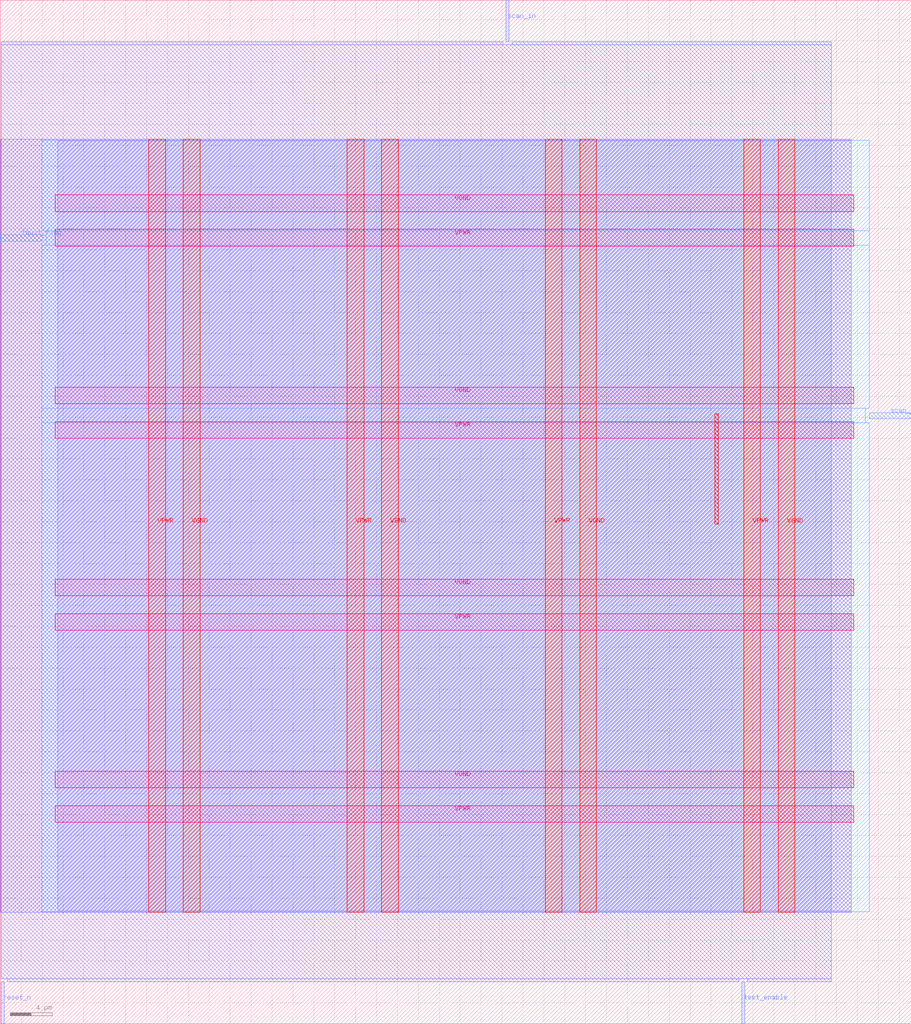
<source format=lef>
VERSION 5.7 ;
  NOWIREEXTENSIONATPIN ON ;
  DIVIDERCHAR "/" ;
  BUSBITCHARS "[]" ;
MACRO top_3d_jscan
  CLASS BLOCK ;
  FOREIGN top_3d_jscan ;
  ORIGIN 0.000 0.000 ;
  SIZE 87.150 BY 97.870 ;
  PIN VGND
    DIRECTION INOUT ;
    USE GROUND ;
    PORT
      LAYER met4 ;
        RECT 17.505 10.640 19.105 84.560 ;
    END
    PORT
      LAYER met4 ;
        RECT 36.480 10.640 38.080 84.560 ;
    END
    PORT
      LAYER met4 ;
        RECT 55.455 10.640 57.055 84.560 ;
    END
    PORT
      LAYER met4 ;
        RECT 74.430 10.640 76.030 84.560 ;
    END
    PORT
      LAYER met5 ;
        RECT 5.280 22.560 81.660 24.160 ;
    END
    PORT
      LAYER met5 ;
        RECT 5.280 40.920 81.660 42.520 ;
    END
    PORT
      LAYER met5 ;
        RECT 5.280 59.280 81.660 60.880 ;
    END
    PORT
      LAYER met5 ;
        RECT 5.280 77.640 81.660 79.240 ;
    END
  END VGND
  PIN VPWR
    DIRECTION INOUT ;
    USE POWER ;
    PORT
      LAYER met4 ;
        RECT 14.205 10.640 15.805 84.560 ;
    END
    PORT
      LAYER met4 ;
        RECT 33.180 10.640 34.780 84.560 ;
    END
    PORT
      LAYER met4 ;
        RECT 52.155 10.640 53.755 84.560 ;
    END
    PORT
      LAYER met4 ;
        RECT 71.130 10.640 72.730 84.560 ;
    END
    PORT
      LAYER met5 ;
        RECT 5.280 19.260 81.660 20.860 ;
    END
    PORT
      LAYER met5 ;
        RECT 5.280 37.620 81.660 39.220 ;
    END
    PORT
      LAYER met5 ;
        RECT 5.280 55.980 81.660 57.580 ;
    END
    PORT
      LAYER met5 ;
        RECT 5.280 74.340 81.660 75.940 ;
    END
  END VPWR
  PIN fault_flag
    DIRECTION OUTPUT TRISTATE ;
    USE SIGNAL ;
    ANTENNADIFFAREA 0.795200 ;
    PORT
      LAYER met3 ;
        RECT 0.000 74.840 4.000 75.440 ;
    END
  END fault_flag
  PIN reset_n
    DIRECTION INPUT ;
    USE SIGNAL ;
    ANTENNAGATEAREA 0.196500 ;
    PORT
      LAYER met2 ;
        RECT 0.090 0.000 0.370 4.000 ;
    END
  END reset_n
  PIN scan_clk
    DIRECTION INPUT ;
    USE SIGNAL ;
    ANTENNAGATEAREA 0.852000 ;
    PORT
      LAYER met3 ;
        RECT 83.150 57.840 87.150 58.440 ;
    END
  END scan_clk
  PIN scan_in
    DIRECTION INPUT ;
    USE SIGNAL ;
    ANTENNAGATEAREA 0.213000 ;
    PORT
      LAYER met2 ;
        RECT 48.390 93.870 48.670 97.870 ;
    END
  END scan_in
  PIN test_enable
    DIRECTION INPUT ;
    USE SIGNAL ;
    ANTENNAGATEAREA 0.126000 ;
    PORT
      LAYER met2 ;
        RECT 70.930 0.000 71.210 4.000 ;
    END
  END test_enable
  OBS
      LAYER li1 ;
        RECT 5.520 10.795 81.420 84.405 ;
      LAYER met1 ;
        RECT 0.070 10.640 81.420 84.560 ;
      LAYER met2 ;
        RECT 0.100 93.590 48.110 93.870 ;
        RECT 48.950 93.590 79.480 93.870 ;
        RECT 0.100 4.280 79.480 93.590 ;
        RECT 0.650 4.000 70.650 4.280 ;
        RECT 71.490 4.000 79.480 4.280 ;
      LAYER met3 ;
        RECT 3.990 75.840 83.150 84.485 ;
        RECT 4.400 74.440 83.150 75.840 ;
        RECT 3.990 58.840 83.150 74.440 ;
        RECT 3.990 57.440 82.750 58.840 ;
        RECT 3.990 10.715 83.150 57.440 ;
      LAYER met4 ;
        RECT 68.375 47.775 68.705 58.305 ;
  END
END top_3d_jscan
END LIBRARY


</source>
